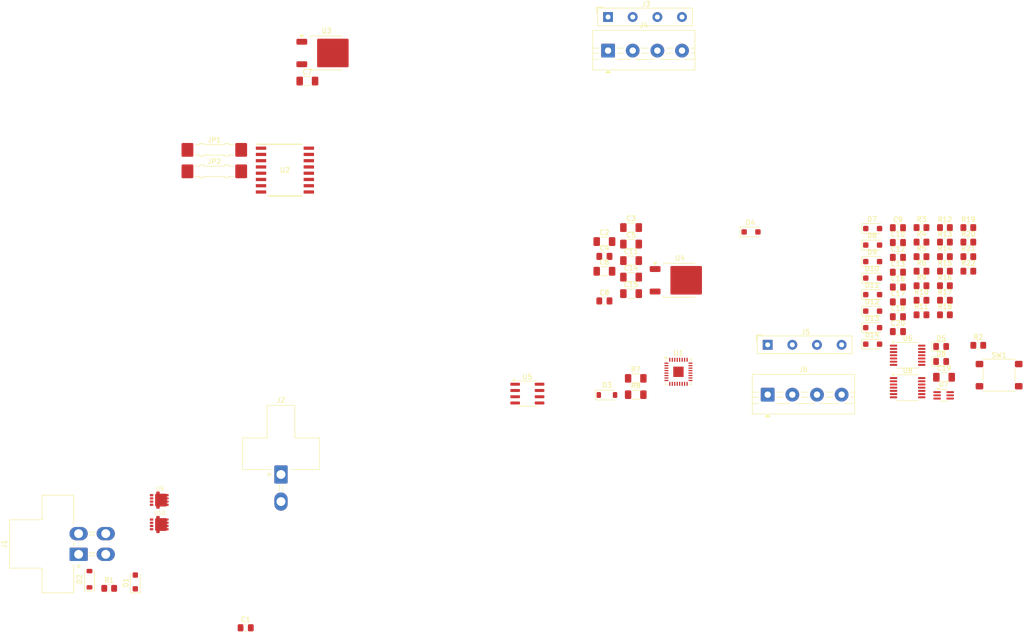
<source format=kicad_pcb>
(kicad_pcb (version 20241229) (generator "pcbnew") (generator_version "9.0")
  (layers (0 "F.Cu" signal) (2 "B.Cu" signal) (13 "F.Paste" user) (15 "B.Paste" user) (5 "F.SilkS" user "F.Silkscreen") (7 "B.SilkS" user "B.Silkscreen") (1 "F.Mask" user) (3 "B.Mask" user) (25 "Edge.Cuts" user))
  (net 0 "")
  (net 1 "Net-(D1-K)")
  (net 2 "/CAN pwr -")
  (net 3 "Net-(U3-VO)")
  (net 4 "GND")
  (net 5 "/RESET_N")
  (net 6 "Net-(D4-K)")
  (net 7 "Net-(U1-VCORE)")
  (net 8 "+5V")
  (net 9 "+3V3")
  (net 10 "+3.3V")
  (net 11 "/CAN pwr +")
  (net 12 "Net-(D2-K)")
  (net 13 "/LV+")
  (net 14 "Net-(D3-K)")
  (net 15 "LINE")
  (net 16 "Net-(JP1-A)")
  (net 17 "Net-(U1-PA2_ROSC)")
  (net 20 "/CAN_TX")
  (net 22 "/CAN_RX")
  (net 28 "/CAN_L")
  (net 29 "/CAN_H")
  (net 33 "Net-(D14-K)")
  (net 34 "Net-(D11-K)")
  (net 35 "Net-(D9-K)")
  (net 36 "Net-(D10-K)")
  (net 37 "Net-(D12-K)")
  (net 38 "Net-(D13-K)")
  (net 39 "Net-(D5-A)")
  (net 40 "Net-(D6-A)")
  (net 41 "Net-(J3-Pin_4)")
  (net 42 "Net-(J3-Pin_1)")
  (net 43 "Net-(J3-Pin_2)")
  (net 44 "Net-(J3-Pin_3)")
  (net 45 "Net-(J5-Pin_1)")
  (net 46 "Net-(J5-Pin_4)")
  (net 47 "Net-(J5-Pin_2)")
  (net 48 "Net-(J5-Pin_3)")
  (net 49 "Net-(U7-EQ1)")
  (net 50 "Net-(U7-CQ2)")
  (net 51 "Net-(U6-3IN+)")
  (net 52 "Net-(U8-3IN+)")
  (net 53 "/TIMG7_C0")
  (net 54 "/ADC0_3")
  (net 55 "/ADC1_1")
  (net 56 "/TIMG7_C1")
  (net 57 "/UART0_TX")
  (net 58 "/TIMA0_C0")
  (net 59 "/ADC1_2")
  (net 60 "/ADC0_0")
  (net 61 "/ADC1_3")
  (net 62 "/UART0_RTS")
  (net 63 "/ADC0_2")
  (net 64 "/SWCLK")
  (net 65 "/LED_GREEN")
  (net 66 "/UART0_CTS")
  (net 67 "/ADC0_1")
  (net 68 "/LED_RED_N")
  (net 69 "/UAR0_RX")
  (net 70 "/SWDIO")
  (net 71 "/TIMA0_C1")
  (net 72 "/ADC1_0")
  (footprint "Resistor_SMD:R_0805_2012Metric_Pad1.20x1.40mm_HandSolder" (layer "F.Cu") (at 216.78 93.765)
    (property "Reference" "R20" (at 0 -1.65 0) (layer "F.SilkS"))
    (property "Value" "54.9k")
    (pad "1" smd roundrect (at -1 0) (size 1.2 1.4) (layers "F.Cu" "F.Mask" "F.Paste") (roundrect_rratio 0.208333) (net 4 "GND"))
    (pad "2" smd roundrect (at 1 0) (size 1.2 1.4) (layers "F.Cu" "F.Mask" "F.Paste") (roundrect_rratio 0.208333) (net 37 "Net-(D12-K)"))
  )
  (footprint "Resistor_SMD:R_0805_2012Metric_Pad1.20x1.40mm_HandSolder" (layer "F.Cu") (at 207.28 108.515)
    (property "Reference" "R11" (at 0 -1.65 0) (layer "F.SilkS"))
    (property "Value" "316k")
    (pad "1" smd roundrect (at -1 0) (size 1.2 1.4) (layers "F.Cu" "F.Mask" "F.Paste") (roundrect_rratio 0.208333) (net 42 "Net-(J3-Pin_1)"))
    (pad "2" smd roundrect (at 1 0) (size 1.2 1.4) (layers "F.Cu" "F.Mask" "F.Paste") (roundrect_rratio 0.208333) (net 35 "Net-(D9-K)"))
  )
  (footprint "Resistor_SMD:R_0805_2012Metric_Pad1.20x1.40mm_HandSolder" (layer "F.Cu") (at 216.78 99.665)
    (property "Reference" "R22" (at 0 -1.65 0) (layer "F.SilkS"))
    (property "Value" "54.9k")
    (pad "1" smd roundrect (at -1 0) (size 1.2 1.4) (layers "F.Cu" "F.Mask" "F.Paste") (roundrect_rratio 0.208333) (net 4 "GND"))
    (pad "2" smd roundrect (at 1 0) (size 1.2 1.4) (layers "F.Cu" "F.Mask" "F.Paste") (roundrect_rratio 0.208333) (net 33 "Net-(D14-K)"))
  )
  (footprint "Resistor_SMD:R_0805_2012Metric_Pad1.20x1.40mm_HandSolder" (layer "F.Cu") (at 207.28 102.615)
    (property "Reference" "R9" (at 0 -1.65 0) (layer "F.SilkS"))
    (property "Value" "316k")
    (pad "1" smd roundrect (at -1 0) (size 1.2 1.4) (layers "F.Cu" "F.Mask" "F.Paste") (roundrect_rratio 0.208333) (net 44 "Net-(J3-Pin_3)"))
    (pad "2" smd roundrect (at 1 0) (size 1.2 1.4) (layers "F.Cu" "F.Mask" "F.Paste") (roundrect_rratio 0.208333) (net 51 "Net-(U6-3IN+)"))
  )
  (footprint "Package_TO_SOT_SMD:SOT-363_SC-70-6_Handsoldering" (layer "F.Cu") (at 211.77 124.85)
    (property "Reference" "U7" (at 0 -2.25 0) (layer "F.SilkS"))
    (property "Value" "HBDM60V600X")
    (pad "1" smd roundrect (at -1.33 -0.65) (size 1.5 0.4) (layers "F.Cu" "F.Mask" "F.Paste") (net 68 "/LED_RED_N"))
    (pad "2" smd roundrect (at -1.33 0) (size 1.5 0.4) (layers "F.Cu" "F.Mask" "F.Paste") (net 65 "/LED_GREEN"))
    (pad "3" smd roundrect (at -1.33 0.65) (size 1.5 0.4) (layers "F.Cu" "F.Mask" "F.Paste") (net 50 "Net-(U7-CQ2)"))
    (pad "4" smd roundrect (at 1.33 0.65) (size 1.5 0.4) (layers "F.Cu" "F.Mask" "F.Paste") (net 39 "Net-(D5-A)"))
    (pad "5" smd roundrect (at 1.33 0) (size 1.5 0.4) (layers "F.Cu" "F.Mask" "F.Paste") (net 49 "Net-(U7-EQ1)"))
    (pad "6" smd roundrect (at 1.33 -0.65) (size 1.5 0.4) (layers "F.Cu" "F.Mask" "F.Paste") (net 40 "Net-(D6-A)"))
  )
  (footprint "Resistor_SMD:R_0805_2012Metric_Pad1.20x1.40mm_HandSolder" (layer "F.Cu") (at 42.5 164)
    (property "Reference" "R1" (at 0 -1.65 0) (layer "F.SilkS"))
    (property "Value" "200k")
    (pad "1" smd roundrect (at -1 0) (size 1.2 1.4) (layers "F.Cu" "F.Mask" "F.Paste") (roundrect_rratio 0.208333) (net 12 "Net-(D2-K)"))
    (pad "2" smd roundrect (at 1 0) (size 1.2 1.4) (layers "F.Cu" "F.Mask" "F.Paste") (roundrect_rratio 0.208333) (net 1 "Net-(D1-K)"))
  )
  (footprint "Package_SO:SOIC-8_3.9x4.9mm_P1.27mm" (layer "F.Cu") (at 127.325 124.495)
    (property "Reference" "U5" (at 0 -3.4 0) (layer "F.SilkS"))
    (property "Value" "L78L33_SO8")
    (pad "1" smd roundrect (at -2.475 -1.905) (size 1.95 0.6) (layers "F.Cu" "F.Mask" "F.Paste") (net 9 "+3V3"))
    (pad "2" smd roundrect (at -2.475 -0.635) (size 1.95 0.6) (layers "F.Cu" "F.Mask" "F.Paste") (net 4 "GND"))
    (pad "3" smd roundrect (at -2.475 0.635) (size 1.95 0.6) (layers "F.Cu" "F.Mask" "F.Paste") (net 4 "GND"))
    (pad "4" smd roundrect (at -2.475 1.905) (size 1.95 0.6) (layers "F.Cu" "F.Mask" "F.Paste"))
    (pad "5" smd roundrect (at 2.475 1.905) (size 1.95 0.6) (layers "F.Cu" "F.Mask" "F.Paste"))
    (pad "6" smd roundrect (at 2.475 0.635) (size 1.95 0.6) (layers "F.Cu" "F.Mask" "F.Paste") (net 4 "GND"))
    (pad "7" smd roundrect (at 2.475 -0.635) (size 1.95 0.6) (layers "F.Cu" "F.Mask" "F.Paste") (net 4 "GND"))
    (pad "8" smd roundrect (at 2.475 -1.905) (size 1.95 0.6) (layers "F.Cu" "F.Mask" "F.Paste") (net 8 "+5V"))
  )
  (footprint "Diode_SMD:D_SOD-123F" (layer "F.Cu") (at 197.375 91.015)
    (property "Reference" "D7" (at -0.127 -1.905 0) (layer "F.SilkS"))
    (property "Value" "3V")
    (pad "1" smd roundrect (at -1.4 0) (size 1.1 1.1) (layers "F.Cu" "F.Mask" "F.Paste") (roundrect_rratio 0.2272727273) (net 33 "Net-(D14-K)"))
    (pad "2" smd roundrect (at 1.4 0) (size 1.1 1.1) (layers "F.Cu" "F.Mask" "F.Paste") (roundrect_rratio 0.2272727273) (net 4 "GND"))
  )
  (footprint "Resistor_SMD:R_0805_2012Metric_Pad1.20x1.40mm_HandSolder" (layer "F.Cu") (at 212.03 108.515)
    (property "Reference" "R18" (at 0 -1.65 0) (layer "F.SilkS"))
    (property "Value" "316k")
    (pad "1" smd roundrect (at -1 0) (size 1.2 1.4) (layers "F.Cu" "F.Mask" "F.Paste") (roundrect_rratio 0.208333) (net 47 "Net-(J5-Pin_2)"))
    (pad "2" smd roundrect (at 1 0) (size 1.2 1.4) (layers "F.Cu" "F.Mask" "F.Paste") (roundrect_rratio 0.208333) (net 38 "Net-(D13-K)"))
  )
  (footprint "Capacitor_SMD:C_1206_3216Metric_Pad1.33x1.80mm_HandSolder" (layer "F.Cu") (at 142.955 99.675)
    (property "Reference" "C6" (at 0 -1.85 0) (layer "F.SilkS"))
    (property "Value" "10u")
    (pad "1" smd roundrect (at -1.5625 0) (size 1.325 1.8) (layers "F.Cu" "F.Mask" "F.Paste") (roundrect_rratio 0.188679) (net 8 "+5V"))
    (pad "2" smd roundrect (at 1.5625 0) (size 1.325 1.8) (layers "F.Cu" "F.Mask" "F.Paste") (roundrect_rratio 0.188679) (net 4 "GND"))
  )
  (footprint "Capacitor_SMD:C_1206_3216Metric_Pad1.33x1.80mm_HandSolder" (layer "F.Cu") (at 142.955 93.655)
    (property "Reference" "C2" (at 0 -1.85 0) (layer "F.SilkS"))
    (property "Value" "10u")
    (pad "1" smd roundrect (at -1.5625 0) (size 1.325 1.8) (layers "F.Cu" "F.Mask" "F.Paste") (roundrect_rratio 0.188679) (net 9 "+3V3"))
    (pad "2" smd roundrect (at 1.5625 0) (size 1.325 1.8) (layers "F.Cu" "F.Mask" "F.Paste") (roundrect_rratio 0.188679) (net 4 "GND"))
  )
  (footprint "Package_SO:TSSOP-14_4.4x5mm_P0.65mm" (layer "F.Cu") (at 204.47 123.295)
    (property "Reference" "U8" (at 0 -3.45 0) (layer "F.SilkS"))
    (property "Value" "LM324BAIPWR")
    (pad "1" smd roundrect (at -2.8625 -1.95) (size 1.475 0.4) (layers "F.Cu" "F.Mask" "F.Paste") (net 72 "/ADC1_0"))
    (pad "2" smd roundrect (at -2.8625 -1.3) (size 1.475 0.4) (layers "F.Cu" "F.Mask" "F.Paste") (net 72 "/ADC1_0"))
    (pad "3" smd roundrect (at -2.8625 -0.65) (size 1.475 0.4) (layers "F.Cu" "F.Mask" "F.Paste") (net 37 "Net-(D12-K)"))
    (pad "4" smd roundrect (at -2.8625 0) (size 1.475 0.4) (layers "F.Cu" "F.Mask" "F.Paste") (net 15 "LINE"))
    (pad "5" smd roundrect (at -2.8625 0.65) (size 1.475 0.4) (layers "F.Cu" "F.Mask" "F.Paste") (net 38 "Net-(D13-K)"))
    (pad "6" smd roundrect (at -2.8625 1.3) (size 1.475 0.4) (layers "F.Cu" "F.Mask" "F.Paste") (net 55 "/ADC1_1"))
    (pad "7" smd roundrect (at -2.8625 1.95) (size 1.475 0.4) (layers "F.Cu" "F.Mask" "F.Paste") (net 55 "/ADC1_1"))
    (pad "8" smd roundrect (at 2.8625 1.95) (size 1.475 0.4) (layers "F.Cu" "F.Mask" "F.Paste") (net 59 "/ADC1_2"))
    (pad "9" smd roundrect (at 2.8625 1.3) (size 1.475 0.4) (layers "F.Cu" "F.Mask" "F.Paste") (net 59 "/ADC1_2"))
    (pad "10" smd roundrect (at 2.8625 0.65) (size 1.475 0.4) (layers "F.Cu" "F.Mask" "F.Paste") (net 52 "Net-(U8-3IN+)"))
    (pad "11" smd roundrect (at 2.8625 0) (size 1.475 0.4) (layers "F.Cu" "F.Mask" "F.Paste") (net 4 "GND"))
    (pad "12" smd roundrect (at 2.8625 -0.65) (size 1.475 0.4) (layers "F.Cu" "F.Mask" "F.Paste") (net 33 "Net-(D14-K)"))
    (pad "13" smd roundrect (at 2.8625 -1.3) (size 1.475 0.4) (layers "F.Cu" "F.Mask" "F.Paste") (net 61 "/ADC1_3"))
    (pad "14" smd roundrect (at 2.8625 -1.95) (size 1.475 0.4) (layers "F.Cu" "F.Mask" "F.Paste") (net 61 "/ADC1_3"))
  )
  (footprint "Capacitor_SMD:C_1206_3216Metric_Pad1.33x1.80mm_HandSolder" (layer "F.Cu") (at 148.365 94.165)
    (property "Reference" "C5" (at 0 -1.85 0) (layer "F.SilkS"))
    (property "Value" "220n")
    (pad "1" smd roundrect (at -1.5625 0) (size 1.325 1.8) (layers "F.Cu" "F.Mask" "F.Paste") (roundrect_rratio 0.188679) (net 7 "Net-(U1-VCORE)"))
    (pad "2" smd roundrect (at 1.5625 0) (size 1.325 1.8) (layers "F.Cu" "F.Mask" "F.Paste") (roundrect_rratio 0.188679) (net 4 "GND"))
  )
  (footprint "Resistor_SMD:R_0805_2012Metric_Pad1.20x1.40mm_HandSolder" (layer "F.Cu") (at 218.8 114.7)
    (property "Reference" "R2" (at 0 -1.65 0) (layer "F.SilkS"))
    (property "Value" "200k")
    (pad "1" smd roundrect (at -1 0) (size 1.2 1.4) (layers "F.Cu" "F.Mask" "F.Paste") (roundrect_rratio 0.208333) (net 14 "Net-(D3-K)"))
    (pad "2" smd roundrect (at 1 0) (size 1.2 1.4) (layers "F.Cu" "F.Mask" "F.Paste") (roundrect_rratio 0.208333) (net 6 "Net-(D4-K)"))
  )
  (footprint "TerminalBlock:TerminalBlock_MaiXu_MX126-5.0-04P_1x04_P5.00mm" (layer "F.Cu") (at 143.7 54.915)
    (property "Reference" "J4" (at 7.25 -5.12 0) (layer "F.SilkS"))
    (property "Value" "TH")
    (pad "1" thru_hole roundrect (at 0 0) (size 2.8 2.8) (drill 1.3) (layers "*.Cu" "*.Mask") (roundrect_rratio 0.089286) (net 42 "Net-(J3-Pin_1)"))
    (pad "2" thru_hole circle (at 5 0) (size 2.8 2.8) (drill 1.3) (layers "*.Cu" "*.Mask") (net 43 "Net-(J3-Pin_2)"))
    (pad "3" thru_hole circle (at 10 0) (size 2.8 2.8) (drill 1.3) (layers "*.Cu" "*.Mask") (net 44 "Net-(J3-Pin_3)"))
    (pad "4" thru_hole circle (at 15 0) (size 2.8 2.8) (drill 1.3) (layers "*.Cu" "*.Mask") (net 41 "Net-(J3-Pin_4)"))
  )
  (footprint "Resistor_SMD:R_0805_2012Metric_Pad1.20x1.40mm_HandSolder" (layer "F.Cu") (at 207.28 105.565)
    (property "Reference" "R10" (at 0 -1.65 0) (layer "F.SilkS"))
    (property "Value" "316k")
    (pad "1" smd roundrect (at -1 0) (size 1.2 1.4) (layers "F.Cu" "F.Mask" "F.Paste") (roundrect_rratio 0.208333) (net 43 "Net-(J3-Pin_2)"))
    (pad "2" smd roundrect (at 1 0) (size 1.2 1.4) (layers "F.Cu" "F.Mask" "F.Paste") (roundrect_rratio 0.208333) (net 36 "Net-(D10-K)"))
  )
  (footprint "Package_TO_SOT_SMD:TO-252-2" (layer "F.Cu") (at 86.614999 55.399999)
    (property "Reference" "U3" (at 0 -4.5 0) (layer "F.SilkS"))
    (property "Value" "KA78M05_TO252")
    (pad "1" smd roundrect (at -5.04 -2.28) (size 2.2 1.2) (layers "F.Cu" "F.Mask" "F.Paste") (roundrect_rratio 0.208333) (net 16 "Net-(JP1-A)"))
    (pad "2" smd roundrect (at 1.26 0) (size 6.4 5.8) (layers "F.Cu" "F.Mask") (roundrect_rratio 0.043103) (net 2 "/CAN pwr -"))
    (pad "3" smd roundrect (at -5.04 2.28) (size 2.2 1.2) (layers "F.Cu" "F.Mask" "F.Paste") (roundrect_rratio 0.208333) (net 3 "Net-(U3-VO)"))
  )
  (footprint "Jumper:Jumper_Harwin_S1621_P10.9mm" (layer "F.Cu") (at 63.824999 75.054999)
    (property "Reference" "JP1" (at 0 -2 0) (layer "F.SilkS"))
    (property "Value" "Jumper_2_Open")
    (pad "1" smd roundrect (at -5.45 0) (size 2.4 2.8) (layers "F.Cu" "F.Mask" "F.Paste") (roundrect_rratio 0.1041666667) (net 16 "Net-(JP1-A)"))
    (pad "2" smd roundrect (at 5.45 0) (size 2.4 2.8) (layers "F.Cu" "F.Mask" "F.Paste") (roundrect_rratio 0.1041666667) (net 15 "LINE"))
  )
  (footprint "Package_TO_SOT_SMD:TO-252-2" (layer "F.Cu") (at 158.285 101.505)
    (property "Reference" "U4" (at 0 -4.5 0) (layer "F.SilkS"))
    (property "Value" "KA78M05_TO252")
    (pad "1" smd roundrect (at -5.04 -2.28) (size 2.2 1.2) (layers "F.Cu" "F.Mask" "F.Paste") (roundrect_rratio 0.208333) (net 15 "LINE"))
    (pad "2" smd roundrect (at 1.26 0) (size 6.4 5.8) (layers "F.Cu" "F.Mask") (roundrect_rratio 0.043103) (net 4 "GND"))
    (pad "3" smd roundrect (at -5.04 2.28) (size 2.2 1.2) (layers "F.Cu" "F.Mask" "F.Paste") (roundrect_rratio 0.208333) (net 8 "+5V"))
  )
  (footprint "Resistor_SMD:R_0805_2012Metric_Pad1.20x1.40mm_HandSolder" (layer "F.Cu") (at 216.78 96.715)
    (property "Reference" "R21" (at 0 -1.65 0) (layer "F.SilkS"))
    (property "Value" "54.9k")
    (pad "1" smd roundrect (at -1 0) (size 1.2 1.4) (layers "F.Cu" "F.Mask" "F.Paste") (roundrect_rratio 0.208333) (net 4 "GND"))
    (pad "2" smd roundrect (at 1 0) (size 1.2 1.4) (layers "F.Cu" "F.Mask" "F.Paste") (roundrect_rratio 0.208333) (net 38 "Net-(D13-K)"))
  )
  (footprint "Connector_Molex:Molex_Mini-Fit_Jr_5569-02A1_2x01_P4.20mm_Horizontal" (layer "F.Cu") (at 77.349999 140.9)
    (property "Reference" "J2" (at 0 -15.1 0) (layer "F.SilkS"))
    (property "Value" "Conn_01x02_Pin")
    (pad "" np_thru_hole circle (at -4.5 -4.2) (size 3.2 3.2) (drill 3.2) (layers "*.Cu" "*.Mask"))
    (pad "" np_thru_hole circle (at 4.5 -4.2) (size 3.2 3.2) (drill 3.2) (layers "*.Cu" "*.Mask"))
    (pad "1" thru_hole roundrect (at 0 0) (size 2.7 3.7) (drill 1.8) (layers "*.Cu" "*.Mask") (roundrect_rratio 0.092593) (net 13 "/LV+"))
    (pad "2" thru_hole oval (at 0 5.5) (size 2.7 3.7) (drill 1.8) (layers "*.Cu" "*.Mask") (net 4 "GND"))
  )
  (footprint "Resistor_SMD:R_0805_2012Metric_Pad1.20x1.40mm_HandSolder" (layer "F.Cu") (at 212.03 105.565)
    (property "Reference" "R17" (at 0 -1.65 0) (layer "F.SilkS"))
    (property "Value" "54.9k")
    (pad "1" smd roundrect (at -1 0) (size 1.2 1.4) (layers "F.Cu" "F.Mask" "F.Paste") (roundrect_rratio 0.208333) (net 4 "GND"))
    (pad "2" smd roundrect (at 1 0) (size 1.2 1.4) (layers "F.Cu" "F.Mask" "F.Paste") (roundrect_rratio 0.208333) (net 33 "Net-(D14-K)"))
  )
  (footprint "zzLocalLibraries-Footprints:PowerDI3333-8_SWP" (layer "F.Cu") (at 52.75875 144.25)
    (property "Reference" "U9" (at 0 -0.5 0) (layer "F.SilkS") (effects (font (size 0.8 0.8) (thickness 0.1))))
    (property "Value" "DXTN80100CFGQ")
    (pad "1" smd roundrect (at -1.65875 2.8) (size 0.7 0.45) (layers "F.Cu" "F.Mask" "F.Paste") (net 1 "Net-(D1-K)"))
    (pad "2" smd roundrect (at -1.65875 0.85) (size 0.7 0.45) (layers "F.Cu" "F.Mask" "F.Paste") (net 16 "Net-(JP1-A)"))
    (pad "2" smd roundrect (at -1.65875 1.5) (size 0.7 0.45) (layers "F.Cu" "F.Mask" "F.Paste") (net 16 "Net-(JP1-A)"))
    (pad "2" smd roundrect (at -1.65875 2.15) (size 0.7 0.45) (layers "F.Cu" "F.Mask" "F.Paste") (net 16 "Net-(JP1-A)"))
    (pad "3" smd roundrect (at -0.35875 0.4375) (size 0.7 0.675) (layers "F.Cu" "F.Mask" "F.Paste") (net 12 "Net-(D2-K)"))
    (pad "3" smd roundrect (at -0.35875 3.2375) (size 0.7 0.725) (layers "F.Cu" "F.Mask" "F.Paste") (net 12 "Net-(D2-K)"))
    (pad "3" smd roundrect (at 0.25 1.85) (size 2.3825 2.6) (layers "F.Cu" "F.Mask" "F.Paste") (roundrect_rratio 0.1) (net 12 "Net-(D2-K)"))
    (pad "3" smd roundrect (at 1.44125 0.85) (size 0.7 0.45) (layers "F.Cu" "F.Mask" "F.Paste") (net 12 "Net-(D2-K)"))
    (pad "3" smd roundrect (at 1.44125 1.5) (size 0.7 0.45) (layers "F.Cu" "F.Mask" "F.Paste") (net 12 "Net-(D2-K)"))
    (pad "3" smd roundrect (at 1.44125 2.15) (size 0.7 0.45) (layers "F.Cu" "F.Mask" "F.Paste") (net 12 "Net-(D2-K)"))
    (pad "3" smd roundrect (at 1.44125 2.8) (size 0.7 0.45) (layers "F.Cu" "F.Mask" "F.Paste") (net 12 "Net-(D2-K)"))
  )
  (footprint "Diode_SMD:D_SOD-123" (layer "F.Cu") (at 143.47 124.775)
    (property "Reference" "D3" (at 0 -2 0) (layer "F.SilkS"))
    (property "Value" "~")
    (pad "1" smd roundrect (at -1.65 0) (size 0.9 1.2) (layers "F.Cu" "F.Mask" "F.Paste") (net 14 "Net-(D3-K)"))
    (pad "2" smd roundrect (at 1.65 0) (size 0.9 1.2) (layers "F.Cu" "F.Mask" "F.Paste") (net 13 "/LV+"))
  )
  (footprint "Capacitor_SMD:C_1206_3216Metric_Pad1.33x1.80mm_HandSolder" (layer "F.Cu") (at 148.365 104.215)
    (property "Reference" "C15" (at 0 -1.85 0) (layer "F.SilkS"))
    (property "Value" "100n")
    (pad "1" smd roundrect (at -1.5625 0) (size 1.325 1.8) (layers "F.Cu" "F.Mask" "F.Paste") (roundrect_rratio 0.188679) (net 10 "+3.3V"))
    (pad "2" smd roundrect (at 1.5625 0) (size 1.325 1.8) (layers "F.Cu" "F.Mask" "F.Paste") (roundrect_rratio 0.188679) (net 4 "GND"))
  )
  (footprint "Diode_SMD:D_SOD-123F" (layer "F.Cu") (at 197.375 107.765)
    (property "Reference" "D12" (at -0.127 -1.905 0) (layer "F.SilkS"))
    (property "Value" "3V")
    (pad "1" smd roundrect (at -1.4 0) (size 1.1 1.1) (layers "F.Cu" "F.Mask" "F.Paste") (roundrect_rratio 0.2272727273) (net 37 "Net-(D12-K)"))
    (pad "2" smd roundrect (at 1.4 0) (size 1.1 1.1) (layers "F.Cu" "F.Mask" "F.Paste") (roundrect_rratio 0.2272727273) (net 4 "GND"))
  )
  (footprint "Diode_SMD:D_SOD-123F" (layer "F.Cu") (at 197.375 97.715)
    (property "Reference" "D9" (at -0.127 -1.905 0) (layer "F.SilkS"))
    (property "Value" "3V")
    (pad "1" smd roundrect (at -1.4 0) (size 1.1 1.1) (layers "F.Cu" "F.Mask" "F.Paste") (roundrect_rratio 0.2272727273) (net 35 "Net-(D9-K)"))
    (pad "2" smd roundrect (at 1.4 0) (size 1.1 1.1) (layers "F.Cu" "F.Mask" "F.Paste") (roundrect_rratio 0.2272727273) (net 4 "GND"))
  )
  (footprint "Diode_SMD:D_0805_2012Metric_Pad1.15x1.40mm_HandSolder" (layer "F.Cu") (at 211.265 117.98)
    (property "Reference" "D6" (at 0 -1.65 0) (layer "F.SilkS"))
    (property "Value" "RED")
    (pad "1" smd roundrect (at -1.025 0) (size 1.15 1.4) (layers "F.Cu" "F.Mask" "F.Paste") (roundrect_rratio 0.217391) (net 4 "GND"))
    (pad "2" smd roundrect (at 1.025 0) (size 1.15 1.4) (layers "F.Cu" "F.Mask" "F.Paste") (roundrect_rratio 0.217391) (net 40 "Net-(D6-A)"))
  )
  (footprint "Capacitor_SMD:C_0805_2012Metric_Pad1.18x1.45mm_HandSolder" (layer "F.Cu") (at 202.5 93.855)
    (property "Reference" "C10" (at 0 -1.68 0) (layer "F.SilkS"))
    (property "Value" "470n")
    (pad "1" smd roundrect (at -1.0375 0) (size 1.175 1.45) (layers "F.Cu" "F.Mask" "F.Paste") (roundrect_rratio 0.212766) (net 4 "GND"))
    (pad "2" smd roundrect (at 1.0375 0) (size 1.175 1.45) (layers "F.Cu" "F.Mask" "F.Paste") (roundrect_rratio 0.212766) (net 35 "Net-(D9-K)"))
  )
  (footprint "Capacitor_SMD:C_0805_2012Metric_Pad1.18x1.45mm_HandSolder" (layer "F.Cu") (at 202.5 99.875)
    (property "Reference" "C13" (at 0 -1.68 0) (layer "F.SilkS"))
    (property "Value" "470n")
    (pad "1" smd roundrect (at -1.0375 0) (size 1.175 1.45) (layers "F.Cu" "F.Mask" "F.Paste") (roundrect_rratio 0.212766) (net 4 "GND"))
    (pad "2" smd roundrect (at 1.0375 0) (size 1.175 1.45) (layers "F.Cu" "F.Mask" "F.Paste") (roundrect_rratio 0.212766) (net 34 "Net-(D11-K)"))
  )
  (footprint "zzLocalLibraries-Footprints:PowerDI3333-8_SWP" (layer "F.Cu") (at 52.75875 149.2)
    (property "Reference" "U10" (at 0 -0.5 0) (layer "F.SilkS") (effects (font (size 0.8 0.8) (thickness 0.1))))
    (property "Value" "DXTN80100CFGQ")
    (pad "1" smd roundrect (at -1.65875 2.8) (size 0.7 0.45) (layers "F.Cu" "F.Mask" "F.Paste") (net 6 "Net-(D4-K)"))
    (pad "2" smd roundrect (at -1.65875 0.85) (size 0.7 0.45) (layers "F.Cu" "F.Mask" "F.Paste") (net 15 "LINE"))
    (pad "2" smd roundrect (at -1.65875 1.5) (size 0.7 0.45) (layers "F.Cu" "F.Mask" "F.Paste") (net 15 "LINE"))
    (pad "2" smd roundrect (at -1.65875 2.15) (size 0.7 0.45) (layers "F.Cu" "F.Mask" "F.Paste") (net 15 "LINE"))
    (pad "3" smd roundrect (at -0.35875 0.4375) (size 0.7 0.675) (layers "F.Cu" "F.Mask" "F.Paste") (net 14 "Net-(D3-K)"))
    (pad "3" smd roundrect (at -0.35875 3.2375) (size 0.7 0.725) (layers "F.Cu" "F.Mask" "F.Paste") (net 14 "Net-(D3-K)"))
    (pad "3" smd roundrect (at 0.25 1.85) (size 2.3825 2.6) (layers "F.Cu" "F.Mask" "F.Paste") (roundrect_rratio 0.1) (net 14 "Net-(D3-K)"))
    (pad "3" smd roundrect (at 1.44125 0.85) (size 0.7 0.45) (layers "F.Cu" "F.Mask" "F.Paste") (net 14 "Net-(D3-K)"))
    (pad "3" smd roundrect (at 1.44125 1.5) (size 0.7 0.45) (layers "F.Cu" "F.Mask" "F.Paste") (net 14 "Net-(D3-K)"))
    (pad "3" smd roundrect (at 1.44125 2.15) (size 0.7 0.45) (layers "F.Cu" "F.Mask" "F.Paste") (net 14 "Net-(D3-K)"))
    (pad "3" smd roundrect (at 1.44125 2.8) (size 0.7 0.45) (layers "F.Cu" "F.Mask" "F.Paste") (net 14 "Net-(D3-K)"))
  )
  (footprint "Capacitor_SMD:C_0805_2012Metric_Pad1.18x1.45mm_HandSolder" (layer "F.Cu") (at 70.187499 172)
    (property "Reference" "C1" (at 0 -1.68 0) (layer "F.SilkS"))
    (property "Value" "470n")
    (pad "1" smd roundrect (at -1.0375 0) (size 1.175 1.45) (layers "F.Cu" "F.Mask" "F.Paste") (roundrect_rratio 0.212766) (net 1 "Net-(D1-K)"))
    (pad "2" smd roundrect (at 1.0375 0) (size 1.175 1.45) (layers "F.Cu" "F.Mask" "F.Paste") (roundrect_rratio 0.212766) (net 2 "/CAN pwr -"))
  )
  (footprint "Resistor_SMD:R_1206_3216Metric_Pad1.30x1.75mm_HandSolder" (layer "F.Cu") (at 149.315 121.405)
    (property "Reference" "R7" (at 0 -1.83 0) (layer "F.SilkS"))
    (property "Value" "49.9k")
    (pad "1" smd roundrect (at -1.55 0) (size 1.3 1.75) (layers "F.Cu" "F.Mask" "F.Paste") (roundrect_rratio 0.192308) (net 10 "+3.3V"))
    (pad "2" smd roundrect (at 1.55 0) (size 1.3 1.75) (layers "F.Cu" "F.Mask" "F.Paste") (roundrect_rratio 0.192308) (net 5 "/RESET_N"))
  )
  (footprint "Diode_SMD:D_SOD-123" (layer "F.Cu") (at 38.5 162.15 90)
    (property "Reference" "D2" (at 0 -2.000001 90) (layer "F.SilkS"))
    (property "Value" "~")
    (pad "1" smd roundrect (at -1.65 0 90) (size 0.9 1.2) (layers "F.Cu" "F.Mask" "F.Paste") (net 12 "Net-(D2-K)"))
    (pad "2" smd roundrect (at 1.65 0 90) (size 0.9 1.2) (layers "F.Cu" "F.Mask" "F.Paste") (net 11 "/CAN pwr +"))
  )
  (footprint "Capacitor_SMD:C_1206_3216Metric_Pad1.33x1.80mm_HandSolder" (layer "F.Cu") (at 148.365 90.815)
    (property "Reference" "C3" (at 0 -1.85 0) (layer "F.SilkS"))
    (property "Value" "100n")
    (pad "1" smd roundrect (at -1.5625 0) (size 1.325 1.8) (layers "F.Cu" "F.Mask" "F.Paste") (roundrect_rratio 0.188679) (net 5 "/RESET_N"))
    (pad "2" smd roundrect (at 1.5625 0) (size 1.325 1.8) (layers "F.Cu" "F.Mask" "F.Paste") (roundrect_rratio 0.188679) (net 4 "GND"))
  )
  (footprint "Diode_SMD:D_SOD-123F" (layer "F.Cu") (at 172.7 91.7)
    (property "Reference" "D4" (at -0.127 -1.905 0) (layer "F.SilkS"))
    (property "Value" "18V")
    (pad "1" smd roundrect (at -1.4 0) (size 1.1 1.1) (layers "F.Cu" "F.Mask" "F.Paste") (roundrect_rratio 0.2272727273) (net 6 "Net-(D4-K)"))
    (pad "2" smd roundrect (at 1.4 0) (size 1.1 1.1) (layers "F.Cu" "F.Mask" "F.Paste") (roundrect_rratio 0.2272727273) (net 4 "GND"))
  )
  (footprint "Capacitor_SMD:C_0805_2012Metric_Pad1.18x1.45mm_HandSolder" (layer "F.Cu") (at 202.5 102.885)
    (property "Reference" "C16" (at 0 -1.68 0) (layer "F.SilkS"))
    (property "Value" "470n")
    (pad "1" smd roundrect (at -1.0375 0) (size 1.175 1.45) (layers "F.Cu" "F.Mask" "F.Paste") (roundrect_rratio 0.212766) (net 4 "GND"))
    (pad "2" smd roundrect (at 1.0375 0) (size 1.175 1.45) (layers "F.Cu" "F.Mask" "F.Paste") (roundrect_rratio 0.212766) (net 37 "Net-(D12-K)"))
  )
  (footprint "Capacitor_SMD:C_0805_2012Metric_Pad1.18x1.45mm_HandSolder" (layer "F.Cu") (at 202.5 111.915)
    (property "Reference" "C20" (at 0 -1.68 0) (layer "F.SilkS"))
    (property "Value" "470n")
    (pad "1" smd roundrect (at -1.0375 0) (size 1.175 1.45) (layers "F.Cu" "F.Mask" "F.Paste") (roundrect_rratio 0.212766) (net 15 "LINE"))
    (pad "2" smd roundrect (at 1.0375 0) (size 1.175 1.45) (layers "F.Cu" "F.Mask" "F.Paste") (roundrect_rratio 0.212766) (net 4 "GND"))
  )
  (footprint "Package_DFN_QFN:Texas_RHB0032M_VQFN-32-1EP_5x5mm_P0.5mm_EP2.1x2.1mm" (layer "F.Cu") (at 157.975 120.075)
    (property "Reference" "U1" (at 0 -3.8 0) (layer "F.SilkS"))
    (property "Value" "MSPM0G3507 RHB32")
    (pad "1" smd custom (at -2.4375 -1.75) (size 0.18636 0.18636) (layers "F.Cu" "F.Mask" "F.Paste") (net 58 "/TIMA0_C0") (options (clearance outline) (anchor circle)) (primitives (gr_poly (pts (xy -0.35 -0.0625) (xy 0.296612 -0.0625) (xy 0.35 -0.009112) (xy 0.35 0.0625) (xy -0.35 0.0625)) (width 0.125) (fill yes))))
    (pad "2" smd roundrect (at -2.4375 -1.25) (size 0.825 0.25) (layers "F.Cu" "F.Mask" "F.Paste") (net 71 "/TIMA0_C1"))
    (pad "3" smd roundrect (at -2.4375 -0.75) (size 0.825 0.25) (layers "F.Cu" "F.Mask" "F.Paste") (net 5 "/RESET_N"))
    (pad "4" smd roundrect (at -2.4375 -0.25) (size 0.825 0.25) (layers "F.Cu" "F.Mask" "F.Paste") (net 10 "+3.3V"))
    (pad "5" smd roundrect (at -2.4375 0.25) (size 0.825 0.25) (layers "F.Cu" "F.Mask" "F.Paste") (net 4 "GND"))
    (pad "6" smd roundrect (at -2.4375 0.75) (size 0.825 0.25) (layers "F.Cu" "F.Mask" "F.Paste") (net 17 "Net-(U1-PA2_ROSC)"))
    (pad "7" smd roundrect (at -2.4375 1.25) (size 0.825 0.25) (layers "F.Cu" "F.Mask" "F.Paste") (net 53 "/TIMG7_C0"))
    (pad "8" smd custom (at -2.4375 1.75) (size 0.18636 0.18636) (layers "F.Cu" "F.Mask" "F.Paste") (net 56 "/TIMG7_C1") (options (clearance outline) (anchor circle)) (primitives (gr_poly (pts (xy -0.35 -0.0625) (xy 0.35 -0.0625) (xy 0.35 0.009112) (xy 0.296612 0.0625) (xy -0.35 0.0625)) (width 0.125) (fill yes))))
    (pad "9" smd custom (at -1.75 2.4375) (size 0.18636 0.18636) (layers "F.Cu" "F.Mask" "F.Paste") (options (clearance outline) (anchor circle)) (primitives (gr_poly (pts (xy -0.0625 -0.296612) (xy -0.009112 -0.35) (xy 0.0625 -0.35) (xy 0.0625 0.35) (xy -0.0625 0.35)) (width 0.125) (fill yes))))
    (pad "10" smd roundrect (at -1.25 2.4375) (size 0.25 0.825) (layers "F.Cu" "F.Mask" "F.Paste"))
    (pad "11" smd roundrect (at -0.75 2.4375) (size 0.25 0.825) (layers "F.Cu" "F.Mask" "F.Paste"))
    (pad "12" smd roundrect (at -0.25 2.4375) (size 0.25 0.825) (layers "F.Cu" "F.Mask" "F.Paste") (net 62 "/UART0_RTS"))
    (pad "13" smd roundrect (at 0.25 2.4375) (size 0.25 0.825) (layers "F.Cu" "F.Mask" "F.Paste") (net 66 "/UART0_CTS"))
    (pad "14" smd roundrect (at 0.75 2.4375) (size 0.25 0.825) (layers "F.Cu" "F.Mask" "F.Paste") (net 57 "/UART0_TX"))
    (pad "15" smd roundrect (at 1.25 2.4375) (size 0.25 0.825) (layers "F.Cu" "F.Mask" "F.Paste") (net 69 "/UAR0_RX"))
    (pad "16" smd custom (at 1.75 2.4375) (size 0.18636 0.18636) (layers "F.Cu" "F.Mask" "F.Paste") (net 20 "/CAN_TX") (options (clearance outline) (anchor circle)) (primitives (gr_poly (pts (xy -0.0625 -0.35) (xy 0.009112 -0.35) (xy 0.0625 -0.296612) (xy 0.0625 0.35) (xy -0.0625 0.35)) (width 0.125) (fill yes))))
    (pad "17" smd custom (at 2.4375 1.75) (size 0.18636 0.18636) (layers "F.Cu" "F.Mask" "F.Paste") (net 22 "/CAN_RX") (options (clearance outline) (anchor circle)) (primitives (gr_poly (pts (xy -0.35 -0.0625) (xy 0.35 -0.0625) (xy 0.35 0.0625) (xy -0.296612 0.0625) (xy -0.35 0.009112)) (width 0.125) (fill yes))))
    (pad "18" smd roundrect (at 2.4375 1.25) (size 0.825 0.25) (layers "F.Cu" "F.Mask" "F.Paste"))
    (pad "19" smd roundrect (at 2.4375 0.75) (size 0.825 0.25) (layers "F.Cu" "F.Mask" "F.Paste") (net 72 "/ADC1_0"))
    (pad "20" smd roundrect (at 2.4375 0.25) (size 0.825 0.25) (layers "F.Cu" "F.Mask" "F.Paste") (net 55 "/ADC1_1"))
    (pad "21" smd roundrect (at 2.4375 -0.25) (size 0.825 0.25) (layers "F.Cu" "F.Mask" "F.Paste") (net 59 "/ADC1_2"))
    (pad "22" smd roundrect (at 2.4375 -0.75) (size 0.825 0.25) (layers "F.Cu" "F.Mask" "F.Paste") (net 61 "/ADC1_3"))
    (pad "23" smd roundrect (at 2.4375 -1.25) (size 0.825 0.25) (layers "F.Cu" "F.Mask" "F.Paste") (net 70 "/SWDIO"))
    (pad "24" smd custom (at 2.4375 -1.75) (size 0.18636 0.18636) (layers "F.Cu" "F.Mask" "F.Paste") (net 64 "/SWCLK") (options (clearance outline) (anchor circle)) (primitives (gr_poly (pts (xy -0.35 -0.009112) (xy -0.296612 -0.0625) (xy 0.35 -0.0625) (xy 0.35 0.0625) (xy -0.35 0.0625)) (width 0.125) (fill yes))))
    (pad "25" smd custom (at 1.75 -2.4375) (size 0.18636 0.18636) (layers "F.Cu" "F.Mask" "F.Paste") (options (clearance outline) (anchor circle)) (primitives (gr_poly (pts (xy -0.0625 -0.35) (xy 0.0625 -0.35) (xy 0.0625 0.296612) (xy 0.009112 0.35) (xy -0.0625 0.35)) (width 0.125) (fill yes))))
    (pad "26" smd roundrect (at 1.25 -2.4375) (size 0.25 0.825) (layers "F.Cu" "F.Mask" "F.Paste") (net 68 "/LED_RED_N"))
    (pad "27" smd roundrect (at 0.75 -2.4375) (size 0.25 0.825) (layers "F.Cu" "F.Mask" "F.Paste") (net 65 "/LED_GREEN"))
    (pad "28" smd roundrect (at 0.25 -2.4375) (size 0.25 0.825) (layers "F.Cu" "F.Mask" "F.Paste") (net 54 "/ADC0_3"))
    (pad "29" smd roundrect (at -0.25 -2.4375) (size 0.25 0.825) (layers "F.Cu" "F.Mask" "F.Paste") (net 63 "/ADC0_2"))
    (pad "30" smd roundrect (at -0.75 -2.4375) (size 0.25 0.825) (layers "F.Cu" "F.Mask" "F.Paste") (net 67 "/ADC0_1"))
    (pad "31" smd roundrect (at -1.25 -2.4375) (size 0.25 0.825) (layers "F.Cu" "F.Mask" "F.Paste") (net 60 "/ADC0_0"))
    (pad "32" smd custom (at -1.75 -2.4375) (size 0.18636 0.18636) (layers "F.Cu" "F.Mask" "F.Paste") (net 7 "Net-(U1-VCORE)") (options (clearance outline) (anchor circle)) (primitives (gr_poly (pts (xy -0.0625 -0.35) (xy 0.0625 -0.35) (xy 0.0625 0.35) (xy -0.009112 0.35) (xy -0.0625 0.296612)) (width 0.125) (fill yes))))
    (pad "33" smd rect (at 0 0) (size 2.1 2.1) (property pad_prop_heatsink) (layers "F.Cu" "F.Mask") (net 4 "GND"))
  )
  (footprint "Capacitor_SMD:C_1206_3216Metric_Pad1.33x1.80mm_HandSolder" (layer "F.Cu") (at 148.365 97.515)
    (property "Reference" "C11" (at 0 -1.85 0) (layer "F.SilkS"))
    (property "Value" "220n")
    (pad "1" smd roundrect (at -1.5625 0) (size 1.325 1.8) (layers "F.Cu" "F.Mask" "F.Paste") (roundrect_rratio 0.188679) (net 7 "Net-(U1-VCORE)"))
    (pad "2" smd roundrect (at 1.5625 0) (size 1.325 1.8) (layers "F.Cu" "F.Mask" "F.Paste") (roundrect_rratio 0.188679) (net 4 "GND"))
  )
  (footprint "zzLocalLibraries-Footprints:DW0016B_M" (layer "F.Cu") (at 78.15 79.155)
    (property "Reference" "U2" (at 0 0 0) (layer "F.SilkS"))
    (property "Value" "ISO1042BDW")
    (pad "1" smd rect (at -4.85 -4.445 90) (size 0.650001 2.100001) (layers "F.Cu" "F.Mask" "F.Paste") (net 8 "+5V"))
    (pad "2" smd rect (at -4.85 -3.175 90) (size 0.650001 2.100001) (layers "F.Cu" "F.Mask" "F.Paste") (net 4 "GND"))
    (pad "3" smd rect (at -4.85 -1.905 90) (size 0.650001 2.100001) (layers "F.Cu" "F.Mask" "F.Paste") (net 20 "/CAN_TX"))
    (pad "4" smd rect (at -4.85 -0.635 90) (size 0.650001 2.100001) (layers "F.Cu" "F.Mask" "F.Paste"))
    (pad "5" smd rect (at -4.85 0.635 90) (size 0.650001 2.100001) (layers "F.Cu" "F.Mask" "F.Paste") (net 22 "/CAN_RX"))
    (pad "6" smd rect (at -4.85 1.905 90) (size 0.650001 2.100001) (layers "F.Cu" "F.Mask" "F.Paste"))
    (pad "7" smd rect (at -4.85 3.175 90) (size 0.650001 2.100001) (layers "F.Cu" "F.Mask" "F.Paste"))
    (pad "8" smd rect (at -4.85 4.445 90) (size 0.650001 2.100001) (layers "F.Cu" "F.Mask" "F.Paste") (net 4 "GND"))
    (pad "9" smd rect (at 4.85 4.445 90) (size 0.650001 2.100001) (layers "F.Cu" "F.Mask" "F.Paste") (net 2 "/CAN pwr -"))
    (pad "10" smd rect (at 4.85 3.175 90) (size 0.650001 2.100001) (layers "F.Cu" "F.Mask" "F.Paste") (net 2 "/CAN pwr -"))
    (pad "11" smd rect (at 4.85 1.905 90) (size 0.650001 2.100001) (layers "F.Cu" "F.Mask" "F.Paste") (net 3 "Net-(U3-VO)"))
    (pad "12" smd rect (at 4.85 0.635 90) (size 0.650001 2.100001) (layers "F.Cu" "F.Mask" "F.Paste") (net 28 "/CAN_L"))
    (pad "13" smd rect (at 4.85 -0.635 90) (size 0.650001 2.100001) (layers "F.Cu" "F.Mask" "F.Paste") (net 29 "/CAN_H"))
    (pad "14" smd rect (at 4.85 -1.905 90) (size 0.650001 2.100001) (layers "F.Cu" "F.Mask" "F.Paste"))
    (pad "15" smd rect (at 4.85 -3.175 90) (size 0.650001 2.100001) (layers "F.Cu" "F.Mask" "F.Paste") (net 2 "/CAN pwr -"))
    (pad "16" smd rect (at 4.85 -4.445 90) (size 0.650001 2.100001) (layers "F.Cu" "F.Mask" "F.Paste") (net 3 "Net-(U3-VO)"))
  )
  (footprint "Diode_SMD:D_SOD-123F" (layer "F.Cu") (at 47.8 162.700001 90)
    (property "Reference" "D1" (at -0.127 -1.905 90) (layer "F.SilkS"))
    (property "Value" "18V")
    (pad "1" smd roundrect (at -1.399999 0 90) (size 1.1 1.1) (layers "F.Cu" "F.Mask" "F.Paste") (roundrect_rratio 0.2272727273) (net 1 "Net-(D1-K)"))
    (pad "2" smd roundrect (at 1.399999 0 90) (size 1.1 1.1) (layers "F.Cu" "F.Mask" "F.Paste") (roundrect_rratio 0.2272727273) (net 2 "/CAN pwr -"))
  )
  (footprint "Diode_SMD:D_SOD-123F" (layer "F.Cu") (at 197.375 104.415)
    (property "Reference" "D11" (at -0.127 -1.905 0) (layer "F.SilkS"))
    (property "Value" "3V")
    (pad "1" smd roundrect (at -1.4 0) (size 1.1 1.1) (layers "F.Cu" "F.Mask" "F.Paste") (roundrect_rratio 0.2272727273) (net 34 "Net-(D11-K)"))
    (pad "2" smd roundrect (at 1.4 0) (size 1.1 1.1) (layers "F.Cu" "F.Mask" "F.Paste") (roundrect_rratio 0.2272727273) (net 4 "GND"))
  )
  (footprint "Resistor_SMD:R_0805_2012Metric_Pad1.20x1.40mm_HandSolder" (layer "F.Cu") (at 207.28 96.715)
    (property "Reference" "R5" (at 0 -1.65 0) (layer "F.SilkS"))
    (property "Value" "316k")
    (pad "1" smd roundrect (at -1 0) (size 1.2 1.4) (layers "F.Cu" "F.Mask" "F.Paste") (roundrect_rratio 0.208333) (net 41 "Net-(J3-Pin_4)"))
    (pad "2" smd roundrect (at 1 0) (size 1.2 1.4) (layers "F.Cu" "F.Mask" "F.Paste") (roundrect_rratio 0.208333) (net 34 "Net-(D11-K)"))
  )
  (footprint "Resistor_SMD:R_0805_2012Metric_Pad1.20x1.40mm_HandSolder" (layer "F.Cu") (at 207.28 99.665)
    (property "Reference" "R6" (at 0 -1.65 0) (layer "F.SilkS"))
    (property "Value" "54.9k")
    (pad "1" smd roundrect (at -1 0) (size 1.2 1.4) (layers "F.Cu" "F.Mask" "F.Paste") (roundrect_rratio 0.208333) (net 4 "GND"))
    (pad "2" smd roundrect (at 1 0) (size 1.2 1.4) (layers "F.Cu" "F.Mask" "F.Paste") (roundrect_rratio 0.208333) (net 34 "Net-(D11-K)"))
  )
  (footprint "Capacitor_SMD:C_1206_3216Metric_Pad1.33x1.80mm_HandSolder" (layer "F.Cu") (at 82.704999 61.094999)
    (property "Reference" "C7" (at 0 -1.85 0) (layer "F.SilkS"))
    (property "Value" "10u")
    (pad "1" smd roundrect (at -1.5625 0) (size 1.325 1.8) (layers "F.Cu" "F.Mask" "F.Paste") (roundrect_rratio 0.188679) (net 3 "Net-(U3-VO)"))
    (pad "2" smd roundrect (at 1.5625 0) (size 1.325 1.8) (layers "F.Cu" "F.Mask" "F.Paste") (roundrect_rratio 0.188679) (net 2 "/CAN pwr -"))
  )
  (footprint "Resistor_SMD:R_0805_2012Metric_Pad1.20x1.40mm_HandSolder" (layer "F.Cu") (at 212.03 96.715)
    (property "Reference" "R14" (at 0 -1.65 0) (layer "F.SilkS"))
    (property "Value" "54.9k")
    (pad "1" smd roundrect (at -1 0) (size 1.2 1.4) (layers "F.Cu" "F.Mask" "F.Paste") (roundrect_rratio 0.208333) (net 4 "GND"))
    (pad "2" smd roundrect (at 1 0) (size 1.2 1.4) (layers "F.Cu" "F.Mask" "F.Paste") (roundrect_rratio 0.208333) (net 34 "Net-(D11-K)"))
  )
  (footprint "Resistor_SMD:R_0805_2012Metric_Pad1.20x1.40mm_HandSolder" (layer "F.Cu") (at 212.03 99.665)
    (property "Reference" "R15" (at 0 -1.65 0) (layer "F.SilkS"))
    (property "Value" "316k")
    (pad "1" smd roundrect (at -1 0) (size 1.2 1.4) (layers "F.Cu" "F.Mask" "F.Paste") (roundrect_rratio 0.208333) (net 46 "Net-(J5-Pin_4)"))
    (pad "2" smd roundrect (at 1 0) (size 1.2 1.4) (layers "F.Cu" "F.Mask" "F.Paste") (roundrect_rratio 0.208333) (net 33 "Net-(D14-K)"))
  )
  (footprint "Capacitor_SMD:C_1206_3216Metric_Pad1.33x1.80mm_HandSolder" (layer "F.Cu") (at 211.85 121.175)
    (property "Reference" "C19" (at 0 -1.85 0) (layer "F.SilkS"))
    (property "Value" "10u")
    (pad "1" smd roundrect (at -1.5625 0) (size 1.325 1.8) (layers "F.Cu" "F.Mask" "F.Paste") (roundrect_rratio 0.188679) (net 15 "LINE"))
    (pad "2" smd roundrect (at 1.5625 0) (size 1.325 1.8) (layers "F.Cu" "F.Mask" "F.Paste") (roundrect_rratio 0.188679) (net 4 "GND"))
  )
  (footprint "Capacitor_SMD:C_0805_2012Metric_Pad1.18x1.45mm_HandSolder" (layer "F.Cu") (at 202.5 90.845)
    (property "Reference" "C9" (at 0 -1.68 0) (layer "F.SilkS"))
    (property "Value" "470n")
    (pad "1" smd roundrect (at -1.0375 0) (size 1.175 1.45) (layers "F.Cu" "F.Mask" "F.Paste") (roundrect_rratio 0.212766) (net 4 "GND"))
    (pad "2" smd roundrect (at 1.0375 0) (size 1.175 1.45) (layers "F.Cu" "F.Mask" "F.Paste") (roundrect_rratio 0.212766) (net 34 "Net-(D11-K)"))
  )
  (footprint "Resistor_SMD:R_0805_2012Metric_Pad1.20x1.40mm_HandSolder" (layer "F.Cu") (at 212.03 93.765)
    (property "Reference" "R13" (at 0 -1.65 0) (layer "F.SilkS"))
    (property "Value" "54.9k")
    (pad "1" smd roundrect (at -1 0) (size 1.2 1.4) (layers "F.Cu" "F.Mask" "F.Paste") (roundrect_rratio 0.208333) (net 4 "GND"))
    (pad "2" smd roundrect (at 1 0) (size 1.2 1.4) (layers "F.Cu" "F.Mask" "F.Paste") (roundrect_rratio 0.208333) (net 36 "Net-(D10-K)"))
  )
  (footprint "Resistor_SMD:R_0805_2012Metric_Pad1.20x1.40mm_HandSolder" (layer "F.Cu") (at 212.03 102.615)
    (property "Reference" "R16" (at 0 -1.65 0) (layer "F.SilkS"))
    (property "Value" "316k")
    (pad "1" smd roundrect (at -1 0) (size 1.2 1.4) (layers "F.Cu" "F.Mask" "F.Paste") (roundrect_rratio 0.208333) (net 48 "Net-(J5-Pin_3)"))
    (pad "2" smd roundrect (at 1 0) (size 1.2 1.4) (layers "F.Cu" "F.Mask" "F.Paste") (roundrect_rratio 0.208333) (net 52 "Net-(U8-3IN+)"))
  )
  (footprint "Package_SO:TSSOP-14_4.4x5mm_P0.65mm" (layer "F.Cu") (at 204.47 116.72)
    (property "Reference" "U6" (at 0 -3.45 0) (layer "F.SilkS"))
    (property "Value" "LM324BAIPWR")
    (pad "1" smd roundrect (at -2.8625 -1.95) (size 1.475 0.4) (layers "F.Cu" "F.Mask" "F.Paste") (net 60 "/ADC0_0"))
    (pad "2" smd roundrect (at -2.8625 -1.3) (size 1.475 0.4) (layers "F.Cu" "F.Mask" "F.Paste") (net 60 "/ADC0_0"))
    (pad "3" smd roundrect (at -2.8625 -0.65) (size 1.475 0.4) (layers "F.Cu" "F.Mask" "F.Paste") (net 35 "Net-(D9-K)"))
    (pad "4" smd roundrect (at -2.8625 0) (size 1.475 0.4) (layers "F.Cu" "F.Mask" "F.Paste") (net 15 "LINE"))
    (pad "5" smd roundrect (at -2.8625 0.65) (size 1.475 0.4) (layers "F.Cu" "F.Mask" "F.Paste") (net 36 "Net-(D10-K)"))
    (pad "6" smd roundrect (at -2.8625 1.3) (size 1.475 0.4) (layers "F.Cu" "F.Mask" "F.Paste") (net 67 "/ADC0_1"))
    (pad "7" smd roundrect (at -2.8625 1.95) (size 1.475 0.4) (layers "F.Cu" "F.Mask" "F.Paste") (net 67 "/ADC0_1"))
    (pad "8" smd roundrect (at 2.8625 1.95) (size 1.475 0.4) (layers "F.Cu" "F.Mask" "F.Paste") (net 63 "/ADC0_2"))
    (pad "9" smd roundrect (at 2.8625 1.3) (size 1.475 0.4) (layers "F.Cu" "F.Mask" "F.Paste") (net 63 "/ADC0_2"))
    (pad "10" smd roundrect (at 2.8625 0.65) (size 1.475 0.4) (layers "F.Cu" "F.Mask" "F.Paste") (net 51 "Net-(U6-3IN+)"))
    (pad "11" smd roundrect (at 2.8625 0) (size 1.475 0.4) (layers "F.Cu" "F.Mask" "F.Paste") (net 4 "GND"))
    (pad "12" smd roundrect (at 2.8625 -0.65) (size 1.475 0.4) (layers "F.Cu" "F.Mask" "F.Paste") (net 34 "Net-(D11-K)"))
    (pad "13" smd roundrect (at 2.8625 -1.3) (size 1.475 0.4) (layers "F.Cu" "F.Mask" "F.Paste") (net 54 "/ADC0_3"))
    (pad "14" smd roundrect (at 2.8625 -1.95) (size 1.475 0.4) (layers "F.Cu" "F.Mask" "F.Paste") (net 54 "/ADC0_3"))
  )
  (footprint "Diode_SMD:D_SOD-123F" (layer "F.Cu") (at 197.375 111.115)
    (property "Reference" "D13" (at -0.127 -1.905 0) (layer "F.SilkS"))
    (property "Value" "3V")
    (pad "1" smd roundrect (at -1.4 0) (size 1.1 1.1) (layers "F.Cu" "F.Mask" "F.Paste") (roundrect_rratio 0.2272727273) (net 38 "Net-(D13-K)"))
    (pad "2" smd roundrect (at 1.4 0) (size 1.1 1.1) (layers "F.Cu" "F.Mask" "F.Paste") (roundrect_rratio 0.2272727273) (net 4 "GND"))
  )
  (footprint "Resistor_SMD:R_0805_2012Metric_Pad1.20x1.40mm_HandSolder" (layer "F.Cu") (at 216.78 90.815)
    (property "Reference" "R19" (at 0 -1.65 0) (layer "F.SilkS"))
    (property "Value" "316k")
    (pad "1" smd roundrect (at -1 0) (size 1.2 1.4) (layers "F.Cu" "F.Mask" "F.Paste") (roundrect_rratio 0.208333) (net 45 "Net-(J5-Pin_1)"))
    (pad "2" smd roundrect (at 1 0) (size 1.2 1.4) (layers "F.Cu" "F.Mask" "F.Paste") (roundrect_rratio 0.208333) (net 37 "Net-(D12-K)"))
  )
  (footprint "Capacitor_SMD:C_0805_2012Metric_Pad1.18x1.45mm_HandSolder" (layer "F.Cu") (at 202.5 108.905)
    (property "Reference" "C18" (at 0 -1.68 0) (layer "F.SilkS"))
    (property "Value" "470n")
    (pad "1" smd roundrect (at -1.0375 0) (size 1.175 1.45) (layers "F.Cu" "F.Mask" "F.Paste") (roundrect_rratio 0.212766) (net 4 "GND"))
    (pad "2" smd roundrect (at 1.0375 0) (size 1.175 1.45) (layers "F.Cu" "F.Mask" "F.Paste") (roundrect_rratio 0.212766) (net 33 "Net-(D14-K)"))
  )
  (footprint "Resistor_SMD:R_0805_2012Metric_Pad1.20x1.40mm_HandSolder" (layer "F.Cu") (at 207.28 93.765)
    (property "Reference" "R4" (at 0 -1.65 0) (layer "F.SilkS"))
    (property "Value" "220")
    (pad "1" smd roundrect (at -1 0) (size 1.2 1.4) (layers "F.Cu" "F.Mask" "F.Paste") (roundrect_rratio 0.208333) (net 50 "Net-(U7-CQ2)"))
    (pad "2" smd roundrect (at 1 0) (size 1.2 1.4) (layers "F.Cu" "F.Mask" "F.Paste") (roundrect_rratio 0.208333) (net 10 "+3.3V"))
  )
  (footprint "Resistor_SMD:R_1206_3216Metric_Pad1.30x1.75mm_HandSolder" (layer "F.Cu") (at 149.315 124.715)
    (property "Reference" "R8" (at 0 -1.83 0) (layer "F.SilkS"))
    (property "Value" "100k")
    (pad "1" smd roundrect (at -1.55 0) (size 1.3 1.75) (layers "F.Cu" "F.Mask" "F.Paste") (roundrect_rratio 0.192308) (net 4 "GND"))
    (pad "2" smd roundrect (at 1.55 0) (size 1.3 1.75) (layers "F.Cu" "F.Mask" "F.Paste") (roundrect_rratio 0.192308) (net 17 "Net-(U1-PA2_ROSC)"))
  )
  (footprint "Capacitor_SMD:C_0805_2012Metric_Pad1.18x1.45mm_HandSolder" (layer "F.Cu") (at 142.955 105.695)
    (property "Reference" "C8" (at 0 -1.68 0) (layer "F.SilkS"))
    (property "Value" "470n")
    (pad "1" smd roundrect (at -1.0375 0) (size 1.175 1.45) (layers "F.Cu" "F.Mask" "F.Paste") (roundrect_rratio 0.212766) (net 4 "GND"))
    (pad "2" smd roundrect (at 1.0375 0) (size 1.175 1.45) (layers "F.Cu" "F.Mask" "F.Paste") (roundrect_rratio 0.212766) (net 33 "Net-(D14-K)"))
  )
  (footprint "Jumper:Jumper_Harwin_S1621_P10.9mm" (layer "F.Cu") (at 63.824999 79.404999)
    (property "Reference" "JP2" (at 0 -2 0) (layer "F.SilkS"))
    (property "Value" "Jumper_2_Open")
    (pad "1" smd roundrect (at -5.45 0) (size 2.4 2.8) (layers "F.Cu" "F.Mask" "F.Paste") (roundrect_rratio 0.1041666667) (net 2 "/CAN pwr -"))
    (pad "2" smd roundrect (at 5.45 0) (size 2.4 2.8) (layers "F.Cu" "F.Mask" "F.Paste") (roundrect_rratio 0.1041666667) (net 4 "GND"))
  )
  (footprint "Capacitor_SMD:C_0805_2012Metric_Pad1.18x1.45mm_HandSolder" (layer "F.Cu") (at 142.955 96.665)
    (property "Reference" "C4" (at 0 -1.68 0) (layer "F.SilkS"))
    (property "Value" "470n")
    (pad "1" smd roundrect (at -1.0375 0) (size 1.175 1.45) (layers "F.Cu" "F.Mask" "F.Paste") (roundrect_rratio 0.212766) (net 6 "Net-(D4-K)"))
    (pad "2" smd roundrect (at 1.0375 0) (size 1.175 1.45) (layers "F.Cu" "F.Mask" "F.Paste") (roundrect_rratio 0.212766) (net 4 "GND"))
  )
  (footprint "Connector_Molex:Molex_Mini-Fit_Jr_5569-04A1_2x02_P4.20mm_Horizontal" (layer "F.Cu") (at 36.3 157.1 90)
    (property "Reference" "J1" (at 2.1 -15.1 90) (layer "F.SilkS"))
    (property "Value" "Conn_01x04_Pin")
    (pad "" np_thru_hole circle (at -4.5 -4.2 90) (size 3.2 3.2) (drill 3.2) (layers "*.Cu" "*.Mask"))
    (pad "" np_thru_hole circle (at 8.7 -4.199999 90) (size 3.2 3.2) (drill 3.2) (layers "*.Cu" "*.Mask"))
    (pad "1" thru_hole roundrect (at 0 0 90) (size 2.7 3.7) (drill 1.8) (layers "*.Cu" "*.Mask") (roundrect_rratio 0.092593) (net 11 "/CAN pwr +"))
    (pad "2" thru_hole oval (at 4.199999 0 90) (size 2.7 3.7) (drill 1.8) (layers "*.Cu" "*.Mask") (net 29 "/CAN_H"))
    (pad "3" thru_hole oval (at 0 5.5 90) (size 2.7 3.7) (drill 1.8) (layers "*.Cu" "*.Mask") (net 28 "/CAN_L"))
    (pad "4" thru_hole oval (at 4.2 5.5 90) (size 2.7 3.7) (drill 1.8) (layers "*.Cu" "*.Mask") (net 2 "/CAN pwr -"))
  )
  (footprint "Diode_SMD:D_0805_2012Metric_Pad1.15x1.40mm_HandSolder" (layer "F.Cu") (at 211.265 114.94)
    (property "Reference" "D5" (at 0 -1.65 0) (layer "F.SilkS"))
    (property "Value" "GREEN")
    (pad "1" smd roundrect (at -1.025 0) (size 1.15 1.4) (layers "F.Cu" "F.Mask" "F.Paste") (roundrect_rratio 0.217391) (net 4 "GND"))
    (pad "2" smd roundrect (at 1.025 0) (size 1.15 1.4) (layers "F.Cu" "F.Mask" "F.Paste") (roundrect_rratio 0.217391) (net 39 "Net-(D5-A)"))
  )
  (footprint "Resistor_SMD:R_0805_2012Metric_Pad1.20x1.40mm_HandSolder" (layer "F.Cu") (at 207.28 90.815)
    (property "Reference" "R3" (at 0 -1.65 0) (layer "F.SilkS"))
    (property "Value" "220")
    (pad "1" smd roundrect (at -1 0) (size 1.2 1.4) (layers "F.Cu" "F.Mask" "F.Paste") (roundrect_rratio 0.208333) (net 49 "Net-(U7-EQ1)"))
    (pad "2" smd roundrect (at 1 0) (size 1.2 1.4) (layers "F.Cu" "F.Mask" "F.Paste") (roundrect_rratio 0.208333) (net 10 "+3.3V"))
  )
  (footprint "Diode_SMD:D_SOD-123F" (layer "F.Cu") (at 197.375 101.065)
    (property "Reference" "D10" (at -0.127 -1.905 0) (layer "F.SilkS"))
    (property "Value" "3V")
    (pad "1" smd roundrect (at -1.4 0) (size 1.1 1.1) (layers "F.Cu" "F.Mask" "F.Paste") (roundrect_rratio 0.2272727273) (net 36 "Net-(D10-K)"))
    (pad "2" smd roundrect (at 1.4 0) (size 1.1 1.1) (layers "F.Cu" "F.Mask" "F.Paste") (roundrect_rratio 0.2272727273) (net 4 "GND"))
  )
  (footprint "Diode_THT:Diode_Bridge_19.0x3.5x10.0mm_P5.0mm" (layer "F.Cu") (at 176.08 114.595)
    (property "Reference" "J5" (at 7.7 -2.6 180) (layer "F.SilkS"))
    (property "Value" "TH")
    (pad "1" thru_hole rect (at 0 0) (size 2 2) (drill 1) (layers "*.Cu" "*.Mask") (net 45 "Net-(J5-Pin_1)"))
    (pad "2" thru_hole circle (at 5 0) (size 2 2) (drill 1) (layers "*.Cu" "*.Mask") (net 47 "Net-(J5-Pin_2)"))
    (pad "3" thru_hole circle (at 10 0) (size 2 2) (drill 1) (layers "*.Cu" "*.Mask") (net 48 "Net-(J5-Pin_3)"))
    (pad "4" thru_hole circle (at 15 0) (size 2 2) (drill 1) (layers "*.Cu" "*.Mask") (net 46 "Net-(J5-Pin_4)"))
  )
  (footprint "Capacitor_SMD:C_0805_2012Metric_Pad1.18x1.45mm_HandSolder" (layer "F.Cu") (at 202.5 96.865)
    (property "Reference" "C12" (at 0 -1.68 0) (layer "F.SilkS"))
    (property "Value" "470n")
    (pad "1" smd roundrect (at -1.0375 0) (size 1.175 1.45) (layers "F.Cu" "F.Mask" "F.Paste") (roundrect_rratio 0.212766) (net 4 "GND"))
    (pad "2" smd roundrect (at 1.0375 0) (size 1.175 1.45) (layers "F.Cu" "F.Mask" "F.Paste") (roundrect_rratio 0.212766) (net 36 "Net-(D10-K)"))
  )
  (footprint "Diode_SMD:D_SOD-123F" (layer "F.Cu") (at 197.375 114.465)
    (property "Reference" "D14" (at -0.127 -1.905 0) (layer "F.SilkS"))
    (property "Value" "3V")
    (pad "1" smd roundrect (at -1.4 0) (size 1.1 1.1) (layers "F.Cu" "F.Mask" "F.Paste") (roundrect_rratio 0.2272727273) (net 33 "Net-(D14-K)"))
    (pad "2" smd roundrect (at 1.4 0) (size 1.1 1.1) (layers "F.Cu" "F.Mask" "F.Paste") (roundrect_rratio 0.2272727273) (net 4 "GND"))
  )
  (footprint "Diode_SMD:D_SOD-123F" (layer "F.Cu") (at 197.375 94.365)
    (property "Reference" "D8" (at -0.127 -1.905 0) (layer "F.SilkS"))
    (property "Value" "3V")
    (pad "1" smd roundrect (at -1.4 0) (size 1.1 1.1) (layers "F.Cu" "F.Mask" "F.Paste") (roundrect_rratio 0.2272727273) (net 34 "Net-(D11-K)"))
    (pad "2" smd roundrect (at 1.4 0) (size 1.1 1.1) (layers "F.Cu" "F.Mask" "F.Paste") (roundrect_rratio 0.2272727273) (net 4 "GND"))
  )
  (footprint "Button_Switch_SMD:SW_SPST_PTS645Sx43SMTR92" (layer "F.Cu") (at 223.02 120.75)
    (property "Reference" "SW1" (at 0 -4.05 0) (layer "F.SilkS"))
    (property "Value" "SW_Push")
    (pad "1" smd roundrect (at -3.98 -2.25) (size 1.55 1.3) (layers "F.Cu" "F.Mask" "F.Paste") (roundrect_rratio 0.1923076923) (net 5 "/RESET_N"))
    (pad "1" smd roundrect (at 3.98 -2.25) (size 1.55 1.3) (layers "F.Cu" "F.Mask" "F.Paste") (roundrect_rratio 0.1923076923) (net 5 "/RESET_N"))
    (pad "2" smd roundrect (at -3.98 2.25) (size 1.55 1.3) (layers "F.Cu" "F.Mask" "F.Paste") (roundrect_rratio 0.1923076923) (net 4 "GND"))
    (pad "2" smd roundrect (at 3.98 2.25) (size 1.55 1.3) (layers "F.Cu" "F.Mask" "F.Paste") (roundrect_rratio 0.1923076923) (net 4 "GND"))
  )
  (footprint "TerminalBlock:TerminalBlock_MaiXu_MX126-5.0-04P_1x04_P5.00mm" (layer "F.Cu") (at 176.08 124.71)
    (property "Reference" "J6" (at 7.25 -5.12 0) (layer "F.SilkS"))
    (property "Value" "TH")
    (pad "1" thru_hole roundrect (at 0 0) (size 2.8 2.8) (drill 1.3) (layers "*.Cu" "*.Mask") (roundrect_rratio 0.089286) (net 45 "Net-(J5-Pin_1)"))
    (pad "2" thru_hole circle (at 5 0) (size 2.8 2.8) (drill 1.3) (layers "*.Cu" "*.Mask") (net 47 "Net-(J5-Pin_2)"))
    (pad "3" thru_hole circle (at 10 0) (size 2.8 2.8) (drill 1.3) (layers "*.Cu" "*.Mask") (net 48 "Net-(J5-Pin_3)"))
    (pad "4" thru_hole circle (at 15 0) (size 2.8 2.8) (drill 1.3) (layers "*.Cu" "*.Mask") (net 46 "Net-(J5-Pin_4)"))
  )
  (footprint "Capacitor_SMD:C_1206_3216Metric_Pad1.33x1.80mm_HandSolder" (layer "F.Cu") (at 148.365 100.865)
    (property "Reference" "C14" (at 0 -1.85 0) (layer "F.SilkS"))
    (property "Value" "10u")
    (pad "1" smd roundrect (at -1.5625 0) (size 1.325 1.8) (layers "F.Cu" "F.Mask" "F.Paste") (roundrect_rratio 0.188679) (net 10 "+3.3V"))
    (pad "2" smd roundrect (at 1.5625 0) (size 1.325 1.8) (layers "F.Cu" "F.Mask" "F.Paste") (roundrect_rratio 0.188679) (net 4 "GND"))
  )
  (footprint "Capacitor_SMD:C_0805_2012Metric_Pad1.18x1.45mm_HandSolder" (layer "F.Cu") (at 202.5 105.895)
    (property "Reference" "C17" (at 0 -1.68 0) (layer "F.SilkS"))
    (property "Value" "470n")
    (pad "1" smd roundrect (at -1.0375 0) (size 1.175 1.45) (layers "F.Cu" "F.Mask" "F.Paste") (roundrect_rratio 0.212766) (net 4 "GND"))
    (pad "2" smd roundrect (at 1.0375 0) (size 1.175 1.45) (layers "F.Cu" "F.Mask" "F.Paste") (roundrect_rratio 0.212766) (net 38 "Net-(D13-K)"))
  )
  (footprint "Resistor_SMD:R_0805_2012Metric_Pad1.20x1.40mm_HandSolder" (layer "F.Cu") (at 212.03 90.815)
    (property "Reference" "R12" (at 0 -1.65 0) (layer "F.SilkS"))
    (property "Value" "54.9k")
    (pad "1" smd roundrect (at -1 0) (size 1.2 1.4) (layers "F.Cu" "F.Mask" "F.Paste") (roundrect_rratio 0.208333) (net 4 "GND"))
    (pad "2" smd roundrect (at 1 0) (size 1.2 1.4) (layers "F.Cu" "F.Mask" "F.Paste") (roundrect_rratio 0.208333) (net 35 "Net-(D9-K)"))
  )
  (footprint "Diode_THT:Diode_Bridge_19.0x3.5x10.0mm_P5.0mm" (layer "F.Cu") (at 143.7 48.1)
    (property "Reference" "J3" (at 7.7 -2.6 180) (layer "F.SilkS"))
    (property "Value" "TH")
    (pad "1" thru_hole rect (at 0 0) (size 2 2) (drill 1) (layers "*.Cu" "*.Mask") (net 42 "Net-(J3-Pin_1)"))
    (pad "2" thru_hole circle (at 5 0) (size 2 2) (drill 1) (layers "*.Cu" "*.Mask") (net 43 "Net-(J3-Pin_2)"))
    (pad "3" thru_hole circle (at 10 0) (size 2 2) (drill 1) (layers "*.Cu" "*.Mask") (net 44 "Net-(J3-Pin_3)"))
    (pad "4" thru_hole circle (at 15 0) (size 2 2) (drill 1) (layers "*.Cu" "*.Mask") (net 41 "Net-(J3-Pin_4)"))
  )
)
</source>
